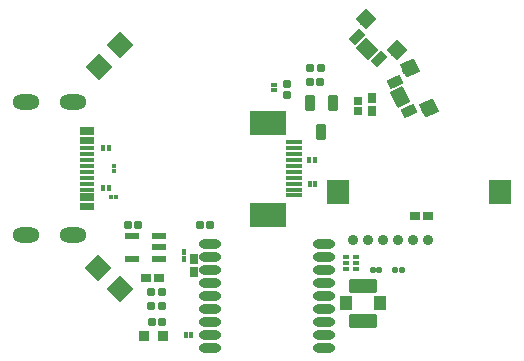
<source format=gbs>
G04 Layer: BottomSolderMaskLayer*
G04 Panelize: , Column: 1, Row: 1, Board Size: 43.14mm x 33.02mm, Panelized Board Size: 43.14mm x 33.02mm*
G04 EasyEDA v6.5.42, 2024-03-19 15:40:22*
G04 eeb97d59e02942aebf3b2853903f826f,9a4ed40c0dd746429eaf55b84663d2fb,10*
G04 Gerber Generator version 0.2*
G04 Scale: 100 percent, Rotated: No, Reflected: No *
G04 Dimensions in millimeters *
G04 leading zeros omitted , absolute positions ,4 integer and 5 decimal *
%FSLAX45Y45*%
%MOMM*%

%AMMACRO1*1,1,$1,$2,$3*1,1,$1,$4,$5*1,1,$1,0-$2,0-$3*1,1,$1,0-$4,0-$5*20,1,$1,$2,$3,$4,$5,0*20,1,$1,$4,$5,0-$2,0-$3,0*20,1,$1,0-$2,0-$3,0-$4,0-$5,0*20,1,$1,0-$4,0-$5,$2,$3,0*4,1,4,$2,$3,$4,$5,0-$2,0-$3,0-$4,0-$5,$2,$3,0*%
%ADD10C,0.9016*%
%ADD11MACRO1,0.1016X-1.0776X0X0X-1.0776*%
%ADD12MACRO1,0.1016X0.5499X-0.1499X0.5499X0.1499*%
%ADD13MACRO1,0.1016X0.5499X-0.1511X0.5499X0.1511*%
%ADD14O,2.3015956X1.3015976000000002*%
%ADD15R,1.9016X2.1016*%
%ADD16MACRO1,0.1016X0X1.0776X-1.0776X0*%
%ADD17MACRO1,0.1016X-0.2828X0.27X-0.2828X-0.27*%
%ADD18MACRO1,0.1016X0.2828X0.27X0.2828X-0.27*%
%ADD19MACRO1,0.1016X0.2828X-0.27X0.2828X0.27*%
%ADD20MACRO1,0.1016X-0.2828X-0.27X-0.2828X0.27*%
%ADD21MACRO1,0.1016X0.35X0.625X-0.35X0.625*%
%ADD22MACRO1,0.1016X-0.1516X0.162X-0.1516X-0.162*%
%ADD23MACRO1,0.1016X0.1516X0.162X0.1516X-0.162*%
%ADD24MACRO1,0.1016X-0.162X-0.1516X0.162X-0.1516*%
%ADD25MACRO1,0.1016X-0.162X0.1516X0.162X0.1516*%
%ADD26MACRO1,0.1X-0.135X-0.125X0.135X-0.125*%
%ADD27MACRO1,0.1X0.125X-0.135X0.125X0.135*%
%ADD28MACRO1,0.1016X0.4X-0.4X0.4X0.4*%
%ADD29R,1.2586X0.5916*%
%ADD30R,1.2766X0.5916*%
%ADD31MACRO1,0.1016X0.1516X-0.162X0.1516X0.162*%
%ADD32MACRO1,0.1016X-0.1516X-0.162X-0.1516X0.162*%
%ADD33MACRO1,0.1016X0.65X-0.15X0.65X0.15*%
%ADD34MACRO1,0.1016X1.5X-1X1.5X1*%
%ADD35O,1.8745962X0.8015985999999999*%
%ADD36MACRO1,0.1016X1.1X0.55X-1.1X0.55*%
%ADD37R,1.1016X1.1516*%
%ADD38R,0.5266X0.3816*%
%ADD39MACRO1,0.1016X-0.1842X0.162X-0.1842X-0.162*%
%ADD40MACRO1,0.1016X0.1842X0.162X0.1842X-0.162*%
%ADD41MACRO1,0.1016X-0.395X0.27X-0.395X-0.27*%
%ADD42MACRO1,0.1016X0.395X0.27X0.395X-0.27*%
%ADD43MACRO1,0.1016X-0.27X-0.395X0.27X-0.395*%
%ADD44MACRO1,0.1016X-0.27X0.395X0.27X0.395*%
%ADD45R,0.4256X0.4700*%
%ADD46MACRO1,0.1016X-0.27X-0.2828X0.27X-0.2828*%
%ADD47MACRO1,0.1016X-0.27X0.2828X0.27X0.2828*%
%ADD48MACRO1,0.1016X0.6364X0.1414X0.1414X0.6364*%
%ADD49MACRO1,0.1016X0.8839X-0.1061X-0.1061X0.8839*%
%ADD50MACRO1,0.1016X0.8309X0.0177X0.0177X0.8308*%
%ADD51MACRO1,0.1016X0.8308X0.0177X0.0177X0.8308*%
%ADD52C,0.9000*%
%ADD53MACRO1,0.1016X0.6478X-0.0735X0.3409X0.5557*%
%ADD54MACRO1,0.1016X0.8012X-0.388X0.1875X0.8703*%
%ADD55MACRO1,0.1016X0.7913X-0.2538X0.2872X0.7798*%
%ADD56R,0.6416X0.6673*%

%LPD*%
D10*
G01*
X1459562Y139539D03*
G01*
X1586562Y139539D03*
G01*
X1713562Y139539D03*
G01*
X1840562Y139539D03*
G01*
X1332562Y139539D03*
G01*
X1205562Y139539D03*
D11*
G01*
X-947736Y-92983D03*
G01*
X-768130Y-272588D03*
D12*
G01*
X-1045382Y488970D03*
G01*
X-1045382Y518942D03*
G01*
X-1045382Y568980D03*
D13*
G01*
X-1045382Y618891D03*
D12*
G01*
X-1045382Y668802D03*
G01*
X-1045382Y718840D03*
G01*
X-1045382Y768878D03*
G01*
X-1045382Y818916D03*
G01*
X-1045382Y868954D03*
G01*
X-1045382Y918992D03*
D13*
G01*
X-1045382Y968903D03*
D12*
G01*
X-1045382Y999002D03*
G01*
X-1045382Y438932D03*
G01*
X-1045382Y408960D03*
G01*
X-1045382Y1048786D03*
D13*
G01*
X-1045382Y1078885D03*
D14*
G01*
X-1160447Y181907D03*
G01*
X-1560446Y181907D03*
G01*
X-1160447Y1305882D03*
G01*
X-1560446Y1305882D03*
D15*
G01*
X1082906Y545000D03*
G01*
X2452905Y545000D03*
D16*
G01*
X-767594Y1789898D03*
G01*
X-947200Y1610292D03*
D17*
G01*
X-413015Y-301800D03*
D18*
G01*
X-499581Y-301800D03*
D19*
G01*
X-499281Y-419399D03*
D20*
G01*
X-412715Y-419399D03*
D21*
G01*
X939297Y1052830D03*
G01*
X1034293Y1302765D03*
G01*
X844301Y1302765D03*
D22*
G01*
X889053Y613498D03*
D23*
G01*
X840742Y613498D03*
D24*
G01*
X541799Y1457853D03*
D25*
G01*
X541799Y1409542D03*
D22*
G01*
X885753Y818398D03*
D23*
G01*
X837443Y818398D03*
D26*
G01*
X-812467Y728692D03*
G01*
X-812467Y771110D03*
D27*
G01*
X-800402Y506569D03*
G01*
X-842820Y506569D03*
D28*
G01*
X-403042Y-671446D03*
G01*
X-562942Y-670745D03*
D29*
G01*
X-434794Y174236D03*
G01*
X-434794Y79240D03*
G01*
X-434794Y-15755D03*
D30*
G01*
X-665528Y-15755D03*
G01*
X-665528Y174236D03*
D31*
G01*
X-906472Y581499D03*
D32*
G01*
X-858161Y581499D03*
D22*
G01*
X-861717Y916271D03*
D23*
G01*
X-910028Y916271D03*
D33*
G01*
X706615Y518853D03*
G01*
X706615Y568853D03*
G01*
X706615Y618853D03*
G01*
X706615Y668853D03*
G01*
X706615Y718853D03*
G01*
X706615Y768852D03*
G01*
X706615Y818852D03*
G01*
X706615Y868852D03*
G01*
X706615Y918852D03*
G01*
X706615Y968852D03*
D34*
G01*
X487265Y1133853D03*
G01*
X487268Y353852D03*
D35*
G01*
X2Y-770008D03*
G01*
X2Y-660001D03*
G01*
X2Y-549993D03*
G01*
X2Y-440011D03*
G01*
X2Y-330004D03*
G01*
X2Y-219997D03*
G01*
X2Y-110015D03*
G01*
X2Y-7D03*
G01*
X2Y109999D03*
G01*
X962306Y109999D03*
G01*
X962306Y-7D03*
G01*
X962306Y-110015D03*
G01*
X962306Y-219997D03*
G01*
X962306Y-330004D03*
G01*
X962306Y-440011D03*
G01*
X962306Y-549993D03*
G01*
X962306Y-660001D03*
G01*
X962306Y-770008D03*
D36*
G01*
X1290645Y-243998D03*
D37*
G01*
X1148158Y-394012D03*
D36*
G01*
X1290647Y-544000D03*
D37*
G01*
X1433146Y-394012D03*
D38*
G01*
X1237084Y-5824D03*
G01*
X1237084Y-55811D03*
G01*
X1237084Y-105824D03*
G01*
X1149581Y-105824D03*
G01*
X1149581Y-55811D03*
G01*
X1149581Y-5824D03*
D39*
G01*
X1427723Y-108457D03*
D40*
G01*
X1372880Y-108457D03*
D19*
G01*
X847248Y1595996D03*
D20*
G01*
X933814Y1595996D03*
D41*
G01*
X1844301Y347698D03*
D42*
G01*
X1735289Y347698D03*
D43*
G01*
X-138300Y-16893D03*
D44*
G01*
X-138300Y-125905D03*
D39*
G01*
X1620255Y-110489D03*
D40*
G01*
X1565412Y-110489D03*
D41*
G01*
X-432394Y-176100D03*
D42*
G01*
X-541406Y-176100D03*
D22*
G01*
X-160502Y-658621D03*
D23*
G01*
X-208813Y-658621D03*
D45*
G01*
X-224990Y-19032D03*
G01*
X-224990Y35831D03*
D17*
G01*
X-2437Y271780D03*
D18*
G01*
X-89002Y271780D03*
D46*
G01*
X652797Y1459878D03*
D47*
G01*
X652797Y1373313D03*
D48*
G01*
X1429109Y1671366D03*
G01*
X1241725Y1858747D03*
D49*
G01*
X1324811Y1754451D03*
D50*
G01*
X1582905Y1750917D03*
D51*
G01*
X1321276Y2012544D03*
D52*
G01*
X1562254Y1730265D03*
G01*
X1300609Y1991885D03*
D17*
G01*
X931020Y1475346D03*
D18*
G01*
X844454Y1475346D03*
D53*
G01*
X1678846Y1237369D03*
G01*
X1562677Y1475549D03*
D54*
G01*
X1607278Y1349884D03*
D55*
G01*
X1850161Y1262515D03*
G01*
X1687964Y1595067D03*
D52*
G01*
X1823900Y1249697D03*
G01*
X1661695Y1582234D03*
D43*
G01*
X1365585Y1343764D03*
D44*
G01*
X1365585Y1234752D03*
D56*
G01*
X1246202Y1234533D03*
G01*
X1246202Y1321122D03*
D17*
G01*
X-609672Y264507D03*
D18*
G01*
X-696238Y264507D03*
D17*
G01*
X-411516Y-551698D03*
D18*
G01*
X-498082Y-551698D03*
M02*

</source>
